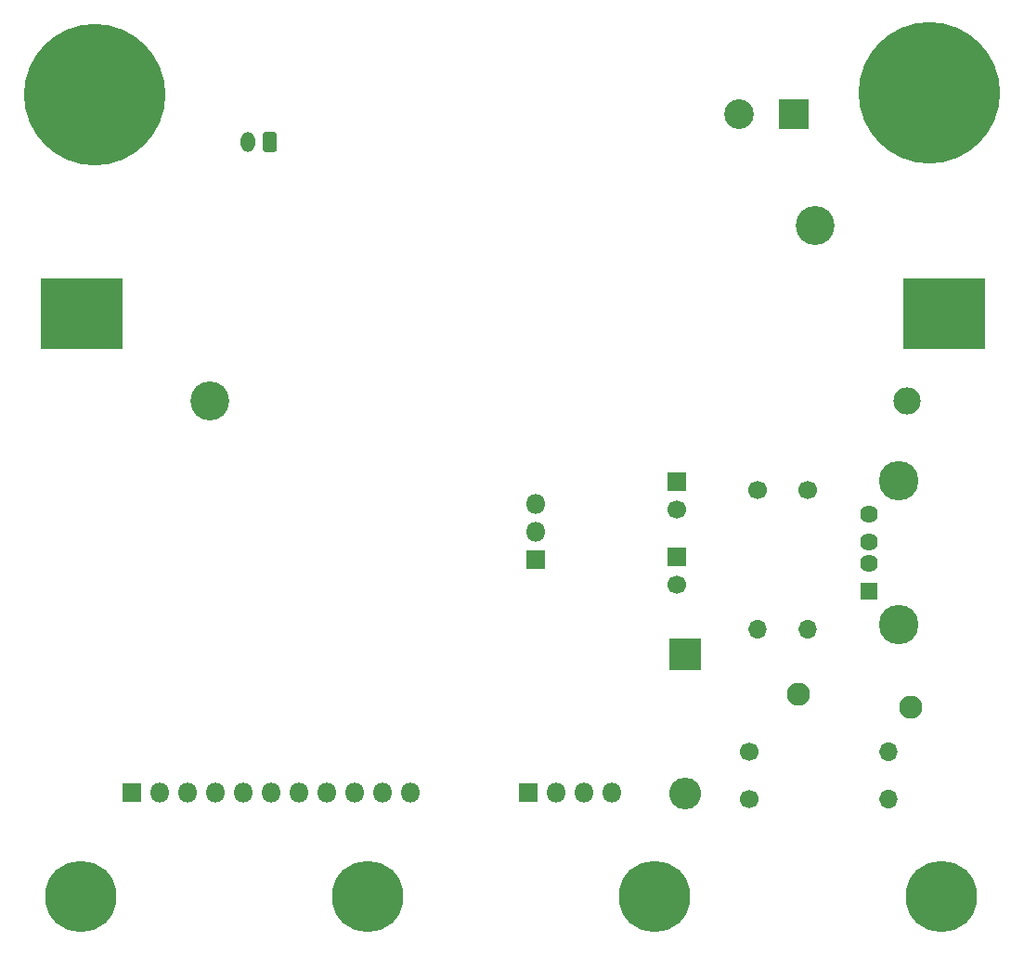
<source format=gbr>
%TF.GenerationSoftware,KiCad,Pcbnew,5.1.6-c6e7f7d~87~ubuntu18.04.1*%
%TF.CreationDate,2021-10-05T10:28:48-04:00*%
%TF.ProjectId,boosta,626f6f73-7461-42e6-9b69-6361645f7063,rev?*%
%TF.SameCoordinates,Original*%
%TF.FileFunction,Soldermask,Top*%
%TF.FilePolarity,Negative*%
%FSLAX46Y46*%
G04 Gerber Fmt 4.6, Leading zero omitted, Abs format (unit mm)*
G04 Created by KiCad (PCBNEW 5.1.6-c6e7f7d~87~ubuntu18.04.1) date 2021-10-05 10:28:48*
%MOMM*%
%LPD*%
G01*
G04 APERTURE LIST*
%ADD10C,6.500000*%
%ADD11C,2.700000*%
%ADD12R,2.700000X2.700000*%
%ADD13C,2.490000*%
%ADD14C,3.550000*%
%ADD15R,7.440000X6.450000*%
%ADD16O,1.700000X1.700000*%
%ADD17C,1.700000*%
%ADD18O,2.900000X2.900000*%
%ADD19R,2.900000X2.900000*%
%ADD20R,1.700000X1.700000*%
%ADD21O,1.300000X1.850000*%
%ADD22O,1.800000X1.800000*%
%ADD23R,1.800000X1.800000*%
%ADD24C,2.110000*%
%ADD25C,1.000000*%
%ADD26C,12.900000*%
%ADD27C,1.624000*%
%ADD28R,1.624000X1.624000*%
%ADD29C,3.600000*%
G04 APERTURE END LIST*
D10*
%TO.C,H5*%
X89408000Y-158750000D03*
%TD*%
%TO.C,H4*%
X63246000Y-158750000D03*
%TD*%
%TO.C,H6*%
X115570000Y-158750000D03*
%TD*%
%TO.C,H3*%
X37084000Y-158750000D03*
%TD*%
D11*
%TO.C,J4*%
X97108000Y-87376000D03*
D12*
X102108000Y-87376000D03*
%TD*%
D13*
%TO.C,BT1*%
X112460000Y-113530000D03*
D14*
X104130000Y-97530000D03*
X48930000Y-113530000D03*
D15*
X37200000Y-105530000D03*
X115860000Y-105530000D03*
%TD*%
D16*
%TO.C,R4*%
X110744000Y-149860000D03*
D17*
X98044000Y-149860000D03*
%TD*%
D16*
%TO.C,R3*%
X103378000Y-134366000D03*
D17*
X103378000Y-121666000D03*
%TD*%
D16*
%TO.C,R2*%
X110744000Y-145542000D03*
D17*
X98044000Y-145542000D03*
%TD*%
D16*
%TO.C,R1*%
X98806000Y-134366000D03*
D17*
X98806000Y-121666000D03*
%TD*%
D18*
%TO.C,D1*%
X92202000Y-149352000D03*
D19*
X92202000Y-136652000D03*
%TD*%
D17*
%TO.C,C2*%
X91440000Y-123404000D03*
D20*
X91440000Y-120904000D03*
%TD*%
D17*
%TO.C,C1*%
X91440000Y-130262000D03*
D20*
X91440000Y-127762000D03*
%TD*%
%TO.C,J2*%
G36*
G01*
X55006000Y-89261832D02*
X55006000Y-90570168D01*
G75*
G02*
X54735168Y-90841000I-270832J0D01*
G01*
X53976832Y-90841000D01*
G75*
G02*
X53706000Y-90570168I0J270832D01*
G01*
X53706000Y-89261832D01*
G75*
G02*
X53976832Y-88991000I270832J0D01*
G01*
X54735168Y-88991000D01*
G75*
G02*
X55006000Y-89261832I0J-270832D01*
G01*
G37*
D21*
X52356000Y-89916000D03*
%TD*%
D22*
%TO.C,J1*%
X85540000Y-149234000D03*
X83000000Y-149234000D03*
X80460000Y-149234000D03*
D23*
X77920000Y-149234000D03*
%TD*%
D24*
%TO.C,F1*%
X102576000Y-140278000D03*
X112776000Y-141478000D03*
%TD*%
D22*
%TO.C,J7*%
X67140000Y-149260000D03*
X64600000Y-149260000D03*
X62060000Y-149260000D03*
X59520000Y-149260000D03*
X56980000Y-149260000D03*
X54440000Y-149260000D03*
X51900000Y-149260000D03*
X49360000Y-149260000D03*
X46820000Y-149260000D03*
X44280000Y-149260000D03*
D23*
X41740000Y-149260000D03*
%TD*%
D25*
%TO.C,H2*%
X117894113Y-82225887D03*
X114500000Y-80820000D03*
X111105887Y-82225887D03*
X109700000Y-85620000D03*
X111105887Y-89014113D03*
X114500000Y-90420000D03*
X117894113Y-89014113D03*
X119300000Y-85620000D03*
D26*
X114500000Y-85450000D03*
%TD*%
%TO.C,H1*%
X38430000Y-85620000D03*
D25*
X43230000Y-85620000D03*
X41824113Y-89014113D03*
X38430000Y-90420000D03*
X35035887Y-89014113D03*
X33630000Y-85620000D03*
X35035887Y-82225887D03*
X38430000Y-80820000D03*
X41824113Y-82225887D03*
%TD*%
D27*
%TO.C,J6*%
X108980000Y-123880000D03*
X108980000Y-126380000D03*
X108980000Y-128380000D03*
D28*
X108980000Y-130880000D03*
D29*
X111690000Y-133950000D03*
X111690000Y-120810000D03*
%TD*%
D22*
%TO.C,J3*%
X78604000Y-122936000D03*
X78604000Y-125476000D03*
D23*
X78604000Y-128016000D03*
%TD*%
M02*

</source>
